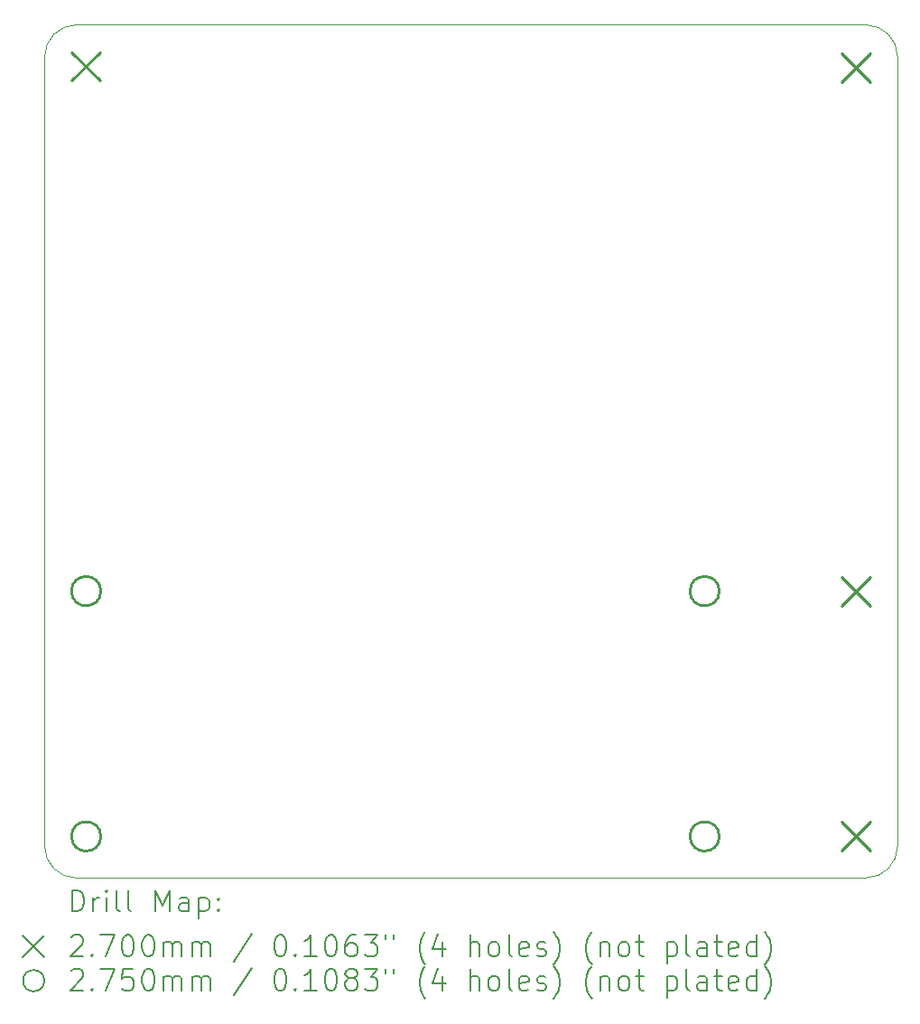
<source format=gbr>
%TF.GenerationSoftware,KiCad,Pcbnew,9.0.1*%
%TF.CreationDate,2025-04-09T16:40:48+02:00*%
%TF.ProjectId,camera_base,63616d65-7261-45f6-9261-73652e6b6963,rev?*%
%TF.SameCoordinates,Original*%
%TF.FileFunction,Drillmap*%
%TF.FilePolarity,Positive*%
%FSLAX45Y45*%
G04 Gerber Fmt 4.5, Leading zero omitted, Abs format (unit mm)*
G04 Created by KiCad (PCBNEW 9.0.1) date 2025-04-09 16:40:48*
%MOMM*%
%LPD*%
G01*
G04 APERTURE LIST*
%ADD10C,0.050000*%
%ADD11C,0.200000*%
%ADD12C,0.270000*%
%ADD13C,0.275000*%
G04 APERTURE END LIST*
D10*
X13300000Y-9300000D02*
G75*
G02*
X13600000Y-9600000I0J-300000D01*
G01*
X13600000Y-9600000D02*
X13600000Y-17000000D01*
X13600000Y-17000000D02*
G75*
G02*
X13300000Y-17300000I-300000J0D01*
G01*
X13300000Y-9300000D02*
X5900000Y-9300000D01*
X5600000Y-17000000D02*
X5600000Y-9600000D01*
X5900000Y-17300000D02*
X13300000Y-17300000D01*
X5900000Y-17300000D02*
G75*
G02*
X5600000Y-17000000I0J300000D01*
G01*
X5600000Y-9600000D02*
G75*
G02*
X5900000Y-9300000I300000J0D01*
G01*
D11*
D12*
X5855000Y-9555000D02*
X6125000Y-9825000D01*
X6125000Y-9555000D02*
X5855000Y-9825000D01*
X13075000Y-9565000D02*
X13345000Y-9835000D01*
X13345000Y-9565000D02*
X13075000Y-9835000D01*
X13075000Y-14475000D02*
X13345000Y-14745000D01*
X13345000Y-14475000D02*
X13075000Y-14745000D01*
X13075000Y-16775000D02*
X13345000Y-17045000D01*
X13345000Y-16775000D02*
X13075000Y-17045000D01*
D13*
X6127500Y-14610000D02*
G75*
G02*
X5852500Y-14610000I-137500J0D01*
G01*
X5852500Y-14610000D02*
G75*
G02*
X6127500Y-14610000I137500J0D01*
G01*
X6127500Y-16910000D02*
G75*
G02*
X5852500Y-16910000I-137500J0D01*
G01*
X5852500Y-16910000D02*
G75*
G02*
X6127500Y-16910000I137500J0D01*
G01*
X11927500Y-14610000D02*
G75*
G02*
X11652500Y-14610000I-137500J0D01*
G01*
X11652500Y-14610000D02*
G75*
G02*
X11927500Y-14610000I137500J0D01*
G01*
X11927500Y-16910000D02*
G75*
G02*
X11652500Y-16910000I-137500J0D01*
G01*
X11652500Y-16910000D02*
G75*
G02*
X11927500Y-16910000I137500J0D01*
G01*
D11*
X5858277Y-17613984D02*
X5858277Y-17413984D01*
X5858277Y-17413984D02*
X5905896Y-17413984D01*
X5905896Y-17413984D02*
X5934467Y-17423508D01*
X5934467Y-17423508D02*
X5953515Y-17442555D01*
X5953515Y-17442555D02*
X5963039Y-17461603D01*
X5963039Y-17461603D02*
X5972562Y-17499698D01*
X5972562Y-17499698D02*
X5972562Y-17528270D01*
X5972562Y-17528270D02*
X5963039Y-17566365D01*
X5963039Y-17566365D02*
X5953515Y-17585412D01*
X5953515Y-17585412D02*
X5934467Y-17604460D01*
X5934467Y-17604460D02*
X5905896Y-17613984D01*
X5905896Y-17613984D02*
X5858277Y-17613984D01*
X6058277Y-17613984D02*
X6058277Y-17480650D01*
X6058277Y-17518746D02*
X6067801Y-17499698D01*
X6067801Y-17499698D02*
X6077324Y-17490174D01*
X6077324Y-17490174D02*
X6096372Y-17480650D01*
X6096372Y-17480650D02*
X6115420Y-17480650D01*
X6182086Y-17613984D02*
X6182086Y-17480650D01*
X6182086Y-17413984D02*
X6172562Y-17423508D01*
X6172562Y-17423508D02*
X6182086Y-17433031D01*
X6182086Y-17433031D02*
X6191610Y-17423508D01*
X6191610Y-17423508D02*
X6182086Y-17413984D01*
X6182086Y-17413984D02*
X6182086Y-17433031D01*
X6305896Y-17613984D02*
X6286848Y-17604460D01*
X6286848Y-17604460D02*
X6277324Y-17585412D01*
X6277324Y-17585412D02*
X6277324Y-17413984D01*
X6410658Y-17613984D02*
X6391610Y-17604460D01*
X6391610Y-17604460D02*
X6382086Y-17585412D01*
X6382086Y-17585412D02*
X6382086Y-17413984D01*
X6639229Y-17613984D02*
X6639229Y-17413984D01*
X6639229Y-17413984D02*
X6705896Y-17556841D01*
X6705896Y-17556841D02*
X6772562Y-17413984D01*
X6772562Y-17413984D02*
X6772562Y-17613984D01*
X6953515Y-17613984D02*
X6953515Y-17509222D01*
X6953515Y-17509222D02*
X6943991Y-17490174D01*
X6943991Y-17490174D02*
X6924943Y-17480650D01*
X6924943Y-17480650D02*
X6886848Y-17480650D01*
X6886848Y-17480650D02*
X6867801Y-17490174D01*
X6953515Y-17604460D02*
X6934467Y-17613984D01*
X6934467Y-17613984D02*
X6886848Y-17613984D01*
X6886848Y-17613984D02*
X6867801Y-17604460D01*
X6867801Y-17604460D02*
X6858277Y-17585412D01*
X6858277Y-17585412D02*
X6858277Y-17566365D01*
X6858277Y-17566365D02*
X6867801Y-17547317D01*
X6867801Y-17547317D02*
X6886848Y-17537793D01*
X6886848Y-17537793D02*
X6934467Y-17537793D01*
X6934467Y-17537793D02*
X6953515Y-17528270D01*
X7048753Y-17480650D02*
X7048753Y-17680650D01*
X7048753Y-17490174D02*
X7067801Y-17480650D01*
X7067801Y-17480650D02*
X7105896Y-17480650D01*
X7105896Y-17480650D02*
X7124943Y-17490174D01*
X7124943Y-17490174D02*
X7134467Y-17499698D01*
X7134467Y-17499698D02*
X7143991Y-17518746D01*
X7143991Y-17518746D02*
X7143991Y-17575889D01*
X7143991Y-17575889D02*
X7134467Y-17594936D01*
X7134467Y-17594936D02*
X7124943Y-17604460D01*
X7124943Y-17604460D02*
X7105896Y-17613984D01*
X7105896Y-17613984D02*
X7067801Y-17613984D01*
X7067801Y-17613984D02*
X7048753Y-17604460D01*
X7229705Y-17594936D02*
X7239229Y-17604460D01*
X7239229Y-17604460D02*
X7229705Y-17613984D01*
X7229705Y-17613984D02*
X7220182Y-17604460D01*
X7220182Y-17604460D02*
X7229705Y-17594936D01*
X7229705Y-17594936D02*
X7229705Y-17613984D01*
X7229705Y-17490174D02*
X7239229Y-17499698D01*
X7239229Y-17499698D02*
X7229705Y-17509222D01*
X7229705Y-17509222D02*
X7220182Y-17499698D01*
X7220182Y-17499698D02*
X7229705Y-17490174D01*
X7229705Y-17490174D02*
X7229705Y-17509222D01*
X5397500Y-17842500D02*
X5597500Y-18042500D01*
X5597500Y-17842500D02*
X5397500Y-18042500D01*
X5848753Y-17853031D02*
X5858277Y-17843508D01*
X5858277Y-17843508D02*
X5877324Y-17833984D01*
X5877324Y-17833984D02*
X5924943Y-17833984D01*
X5924943Y-17833984D02*
X5943991Y-17843508D01*
X5943991Y-17843508D02*
X5953515Y-17853031D01*
X5953515Y-17853031D02*
X5963039Y-17872079D01*
X5963039Y-17872079D02*
X5963039Y-17891127D01*
X5963039Y-17891127D02*
X5953515Y-17919698D01*
X5953515Y-17919698D02*
X5839229Y-18033984D01*
X5839229Y-18033984D02*
X5963039Y-18033984D01*
X6048753Y-18014936D02*
X6058277Y-18024460D01*
X6058277Y-18024460D02*
X6048753Y-18033984D01*
X6048753Y-18033984D02*
X6039229Y-18024460D01*
X6039229Y-18024460D02*
X6048753Y-18014936D01*
X6048753Y-18014936D02*
X6048753Y-18033984D01*
X6124943Y-17833984D02*
X6258277Y-17833984D01*
X6258277Y-17833984D02*
X6172562Y-18033984D01*
X6372562Y-17833984D02*
X6391610Y-17833984D01*
X6391610Y-17833984D02*
X6410658Y-17843508D01*
X6410658Y-17843508D02*
X6420182Y-17853031D01*
X6420182Y-17853031D02*
X6429705Y-17872079D01*
X6429705Y-17872079D02*
X6439229Y-17910174D01*
X6439229Y-17910174D02*
X6439229Y-17957793D01*
X6439229Y-17957793D02*
X6429705Y-17995889D01*
X6429705Y-17995889D02*
X6420182Y-18014936D01*
X6420182Y-18014936D02*
X6410658Y-18024460D01*
X6410658Y-18024460D02*
X6391610Y-18033984D01*
X6391610Y-18033984D02*
X6372562Y-18033984D01*
X6372562Y-18033984D02*
X6353515Y-18024460D01*
X6353515Y-18024460D02*
X6343991Y-18014936D01*
X6343991Y-18014936D02*
X6334467Y-17995889D01*
X6334467Y-17995889D02*
X6324943Y-17957793D01*
X6324943Y-17957793D02*
X6324943Y-17910174D01*
X6324943Y-17910174D02*
X6334467Y-17872079D01*
X6334467Y-17872079D02*
X6343991Y-17853031D01*
X6343991Y-17853031D02*
X6353515Y-17843508D01*
X6353515Y-17843508D02*
X6372562Y-17833984D01*
X6563039Y-17833984D02*
X6582086Y-17833984D01*
X6582086Y-17833984D02*
X6601134Y-17843508D01*
X6601134Y-17843508D02*
X6610658Y-17853031D01*
X6610658Y-17853031D02*
X6620182Y-17872079D01*
X6620182Y-17872079D02*
X6629705Y-17910174D01*
X6629705Y-17910174D02*
X6629705Y-17957793D01*
X6629705Y-17957793D02*
X6620182Y-17995889D01*
X6620182Y-17995889D02*
X6610658Y-18014936D01*
X6610658Y-18014936D02*
X6601134Y-18024460D01*
X6601134Y-18024460D02*
X6582086Y-18033984D01*
X6582086Y-18033984D02*
X6563039Y-18033984D01*
X6563039Y-18033984D02*
X6543991Y-18024460D01*
X6543991Y-18024460D02*
X6534467Y-18014936D01*
X6534467Y-18014936D02*
X6524943Y-17995889D01*
X6524943Y-17995889D02*
X6515420Y-17957793D01*
X6515420Y-17957793D02*
X6515420Y-17910174D01*
X6515420Y-17910174D02*
X6524943Y-17872079D01*
X6524943Y-17872079D02*
X6534467Y-17853031D01*
X6534467Y-17853031D02*
X6543991Y-17843508D01*
X6543991Y-17843508D02*
X6563039Y-17833984D01*
X6715420Y-18033984D02*
X6715420Y-17900650D01*
X6715420Y-17919698D02*
X6724943Y-17910174D01*
X6724943Y-17910174D02*
X6743991Y-17900650D01*
X6743991Y-17900650D02*
X6772563Y-17900650D01*
X6772563Y-17900650D02*
X6791610Y-17910174D01*
X6791610Y-17910174D02*
X6801134Y-17929222D01*
X6801134Y-17929222D02*
X6801134Y-18033984D01*
X6801134Y-17929222D02*
X6810658Y-17910174D01*
X6810658Y-17910174D02*
X6829705Y-17900650D01*
X6829705Y-17900650D02*
X6858277Y-17900650D01*
X6858277Y-17900650D02*
X6877324Y-17910174D01*
X6877324Y-17910174D02*
X6886848Y-17929222D01*
X6886848Y-17929222D02*
X6886848Y-18033984D01*
X6982086Y-18033984D02*
X6982086Y-17900650D01*
X6982086Y-17919698D02*
X6991610Y-17910174D01*
X6991610Y-17910174D02*
X7010658Y-17900650D01*
X7010658Y-17900650D02*
X7039229Y-17900650D01*
X7039229Y-17900650D02*
X7058277Y-17910174D01*
X7058277Y-17910174D02*
X7067801Y-17929222D01*
X7067801Y-17929222D02*
X7067801Y-18033984D01*
X7067801Y-17929222D02*
X7077324Y-17910174D01*
X7077324Y-17910174D02*
X7096372Y-17900650D01*
X7096372Y-17900650D02*
X7124943Y-17900650D01*
X7124943Y-17900650D02*
X7143991Y-17910174D01*
X7143991Y-17910174D02*
X7153515Y-17929222D01*
X7153515Y-17929222D02*
X7153515Y-18033984D01*
X7543991Y-17824460D02*
X7372563Y-18081603D01*
X7801134Y-17833984D02*
X7820182Y-17833984D01*
X7820182Y-17833984D02*
X7839229Y-17843508D01*
X7839229Y-17843508D02*
X7848753Y-17853031D01*
X7848753Y-17853031D02*
X7858277Y-17872079D01*
X7858277Y-17872079D02*
X7867801Y-17910174D01*
X7867801Y-17910174D02*
X7867801Y-17957793D01*
X7867801Y-17957793D02*
X7858277Y-17995889D01*
X7858277Y-17995889D02*
X7848753Y-18014936D01*
X7848753Y-18014936D02*
X7839229Y-18024460D01*
X7839229Y-18024460D02*
X7820182Y-18033984D01*
X7820182Y-18033984D02*
X7801134Y-18033984D01*
X7801134Y-18033984D02*
X7782086Y-18024460D01*
X7782086Y-18024460D02*
X7772563Y-18014936D01*
X7772563Y-18014936D02*
X7763039Y-17995889D01*
X7763039Y-17995889D02*
X7753515Y-17957793D01*
X7753515Y-17957793D02*
X7753515Y-17910174D01*
X7753515Y-17910174D02*
X7763039Y-17872079D01*
X7763039Y-17872079D02*
X7772563Y-17853031D01*
X7772563Y-17853031D02*
X7782086Y-17843508D01*
X7782086Y-17843508D02*
X7801134Y-17833984D01*
X7953515Y-18014936D02*
X7963039Y-18024460D01*
X7963039Y-18024460D02*
X7953515Y-18033984D01*
X7953515Y-18033984D02*
X7943991Y-18024460D01*
X7943991Y-18024460D02*
X7953515Y-18014936D01*
X7953515Y-18014936D02*
X7953515Y-18033984D01*
X8153515Y-18033984D02*
X8039229Y-18033984D01*
X8096372Y-18033984D02*
X8096372Y-17833984D01*
X8096372Y-17833984D02*
X8077325Y-17862555D01*
X8077325Y-17862555D02*
X8058277Y-17881603D01*
X8058277Y-17881603D02*
X8039229Y-17891127D01*
X8277325Y-17833984D02*
X8296372Y-17833984D01*
X8296372Y-17833984D02*
X8315420Y-17843508D01*
X8315420Y-17843508D02*
X8324944Y-17853031D01*
X8324944Y-17853031D02*
X8334467Y-17872079D01*
X8334467Y-17872079D02*
X8343991Y-17910174D01*
X8343991Y-17910174D02*
X8343991Y-17957793D01*
X8343991Y-17957793D02*
X8334467Y-17995889D01*
X8334467Y-17995889D02*
X8324944Y-18014936D01*
X8324944Y-18014936D02*
X8315420Y-18024460D01*
X8315420Y-18024460D02*
X8296372Y-18033984D01*
X8296372Y-18033984D02*
X8277325Y-18033984D01*
X8277325Y-18033984D02*
X8258277Y-18024460D01*
X8258277Y-18024460D02*
X8248753Y-18014936D01*
X8248753Y-18014936D02*
X8239229Y-17995889D01*
X8239229Y-17995889D02*
X8229706Y-17957793D01*
X8229706Y-17957793D02*
X8229706Y-17910174D01*
X8229706Y-17910174D02*
X8239229Y-17872079D01*
X8239229Y-17872079D02*
X8248753Y-17853031D01*
X8248753Y-17853031D02*
X8258277Y-17843508D01*
X8258277Y-17843508D02*
X8277325Y-17833984D01*
X8515420Y-17833984D02*
X8477325Y-17833984D01*
X8477325Y-17833984D02*
X8458277Y-17843508D01*
X8458277Y-17843508D02*
X8448753Y-17853031D01*
X8448753Y-17853031D02*
X8429706Y-17881603D01*
X8429706Y-17881603D02*
X8420182Y-17919698D01*
X8420182Y-17919698D02*
X8420182Y-17995889D01*
X8420182Y-17995889D02*
X8429706Y-18014936D01*
X8429706Y-18014936D02*
X8439229Y-18024460D01*
X8439229Y-18024460D02*
X8458277Y-18033984D01*
X8458277Y-18033984D02*
X8496372Y-18033984D01*
X8496372Y-18033984D02*
X8515420Y-18024460D01*
X8515420Y-18024460D02*
X8524944Y-18014936D01*
X8524944Y-18014936D02*
X8534468Y-17995889D01*
X8534468Y-17995889D02*
X8534468Y-17948270D01*
X8534468Y-17948270D02*
X8524944Y-17929222D01*
X8524944Y-17929222D02*
X8515420Y-17919698D01*
X8515420Y-17919698D02*
X8496372Y-17910174D01*
X8496372Y-17910174D02*
X8458277Y-17910174D01*
X8458277Y-17910174D02*
X8439229Y-17919698D01*
X8439229Y-17919698D02*
X8429706Y-17929222D01*
X8429706Y-17929222D02*
X8420182Y-17948270D01*
X8601134Y-17833984D02*
X8724944Y-17833984D01*
X8724944Y-17833984D02*
X8658277Y-17910174D01*
X8658277Y-17910174D02*
X8686849Y-17910174D01*
X8686849Y-17910174D02*
X8705896Y-17919698D01*
X8705896Y-17919698D02*
X8715420Y-17929222D01*
X8715420Y-17929222D02*
X8724944Y-17948270D01*
X8724944Y-17948270D02*
X8724944Y-17995889D01*
X8724944Y-17995889D02*
X8715420Y-18014936D01*
X8715420Y-18014936D02*
X8705896Y-18024460D01*
X8705896Y-18024460D02*
X8686849Y-18033984D01*
X8686849Y-18033984D02*
X8629706Y-18033984D01*
X8629706Y-18033984D02*
X8610658Y-18024460D01*
X8610658Y-18024460D02*
X8601134Y-18014936D01*
X8801134Y-17833984D02*
X8801134Y-17872079D01*
X8877325Y-17833984D02*
X8877325Y-17872079D01*
X9172563Y-18110174D02*
X9163039Y-18100650D01*
X9163039Y-18100650D02*
X9143991Y-18072079D01*
X9143991Y-18072079D02*
X9134468Y-18053031D01*
X9134468Y-18053031D02*
X9124944Y-18024460D01*
X9124944Y-18024460D02*
X9115420Y-17976841D01*
X9115420Y-17976841D02*
X9115420Y-17938746D01*
X9115420Y-17938746D02*
X9124944Y-17891127D01*
X9124944Y-17891127D02*
X9134468Y-17862555D01*
X9134468Y-17862555D02*
X9143991Y-17843508D01*
X9143991Y-17843508D02*
X9163039Y-17814936D01*
X9163039Y-17814936D02*
X9172563Y-17805412D01*
X9334468Y-17900650D02*
X9334468Y-18033984D01*
X9286849Y-17824460D02*
X9239230Y-17967317D01*
X9239230Y-17967317D02*
X9363039Y-17967317D01*
X9591611Y-18033984D02*
X9591611Y-17833984D01*
X9677325Y-18033984D02*
X9677325Y-17929222D01*
X9677325Y-17929222D02*
X9667801Y-17910174D01*
X9667801Y-17910174D02*
X9648753Y-17900650D01*
X9648753Y-17900650D02*
X9620182Y-17900650D01*
X9620182Y-17900650D02*
X9601134Y-17910174D01*
X9601134Y-17910174D02*
X9591611Y-17919698D01*
X9801134Y-18033984D02*
X9782087Y-18024460D01*
X9782087Y-18024460D02*
X9772563Y-18014936D01*
X9772563Y-18014936D02*
X9763039Y-17995889D01*
X9763039Y-17995889D02*
X9763039Y-17938746D01*
X9763039Y-17938746D02*
X9772563Y-17919698D01*
X9772563Y-17919698D02*
X9782087Y-17910174D01*
X9782087Y-17910174D02*
X9801134Y-17900650D01*
X9801134Y-17900650D02*
X9829706Y-17900650D01*
X9829706Y-17900650D02*
X9848753Y-17910174D01*
X9848753Y-17910174D02*
X9858277Y-17919698D01*
X9858277Y-17919698D02*
X9867801Y-17938746D01*
X9867801Y-17938746D02*
X9867801Y-17995889D01*
X9867801Y-17995889D02*
X9858277Y-18014936D01*
X9858277Y-18014936D02*
X9848753Y-18024460D01*
X9848753Y-18024460D02*
X9829706Y-18033984D01*
X9829706Y-18033984D02*
X9801134Y-18033984D01*
X9982087Y-18033984D02*
X9963039Y-18024460D01*
X9963039Y-18024460D02*
X9953515Y-18005412D01*
X9953515Y-18005412D02*
X9953515Y-17833984D01*
X10134468Y-18024460D02*
X10115420Y-18033984D01*
X10115420Y-18033984D02*
X10077325Y-18033984D01*
X10077325Y-18033984D02*
X10058277Y-18024460D01*
X10058277Y-18024460D02*
X10048753Y-18005412D01*
X10048753Y-18005412D02*
X10048753Y-17929222D01*
X10048753Y-17929222D02*
X10058277Y-17910174D01*
X10058277Y-17910174D02*
X10077325Y-17900650D01*
X10077325Y-17900650D02*
X10115420Y-17900650D01*
X10115420Y-17900650D02*
X10134468Y-17910174D01*
X10134468Y-17910174D02*
X10143992Y-17929222D01*
X10143992Y-17929222D02*
X10143992Y-17948270D01*
X10143992Y-17948270D02*
X10048753Y-17967317D01*
X10220182Y-18024460D02*
X10239230Y-18033984D01*
X10239230Y-18033984D02*
X10277325Y-18033984D01*
X10277325Y-18033984D02*
X10296373Y-18024460D01*
X10296373Y-18024460D02*
X10305896Y-18005412D01*
X10305896Y-18005412D02*
X10305896Y-17995889D01*
X10305896Y-17995889D02*
X10296373Y-17976841D01*
X10296373Y-17976841D02*
X10277325Y-17967317D01*
X10277325Y-17967317D02*
X10248753Y-17967317D01*
X10248753Y-17967317D02*
X10229706Y-17957793D01*
X10229706Y-17957793D02*
X10220182Y-17938746D01*
X10220182Y-17938746D02*
X10220182Y-17929222D01*
X10220182Y-17929222D02*
X10229706Y-17910174D01*
X10229706Y-17910174D02*
X10248753Y-17900650D01*
X10248753Y-17900650D02*
X10277325Y-17900650D01*
X10277325Y-17900650D02*
X10296373Y-17910174D01*
X10372563Y-18110174D02*
X10382087Y-18100650D01*
X10382087Y-18100650D02*
X10401134Y-18072079D01*
X10401134Y-18072079D02*
X10410658Y-18053031D01*
X10410658Y-18053031D02*
X10420182Y-18024460D01*
X10420182Y-18024460D02*
X10429706Y-17976841D01*
X10429706Y-17976841D02*
X10429706Y-17938746D01*
X10429706Y-17938746D02*
X10420182Y-17891127D01*
X10420182Y-17891127D02*
X10410658Y-17862555D01*
X10410658Y-17862555D02*
X10401134Y-17843508D01*
X10401134Y-17843508D02*
X10382087Y-17814936D01*
X10382087Y-17814936D02*
X10372563Y-17805412D01*
X10734468Y-18110174D02*
X10724944Y-18100650D01*
X10724944Y-18100650D02*
X10705896Y-18072079D01*
X10705896Y-18072079D02*
X10696373Y-18053031D01*
X10696373Y-18053031D02*
X10686849Y-18024460D01*
X10686849Y-18024460D02*
X10677325Y-17976841D01*
X10677325Y-17976841D02*
X10677325Y-17938746D01*
X10677325Y-17938746D02*
X10686849Y-17891127D01*
X10686849Y-17891127D02*
X10696373Y-17862555D01*
X10696373Y-17862555D02*
X10705896Y-17843508D01*
X10705896Y-17843508D02*
X10724944Y-17814936D01*
X10724944Y-17814936D02*
X10734468Y-17805412D01*
X10810658Y-17900650D02*
X10810658Y-18033984D01*
X10810658Y-17919698D02*
X10820182Y-17910174D01*
X10820182Y-17910174D02*
X10839230Y-17900650D01*
X10839230Y-17900650D02*
X10867801Y-17900650D01*
X10867801Y-17900650D02*
X10886849Y-17910174D01*
X10886849Y-17910174D02*
X10896373Y-17929222D01*
X10896373Y-17929222D02*
X10896373Y-18033984D01*
X11020182Y-18033984D02*
X11001134Y-18024460D01*
X11001134Y-18024460D02*
X10991611Y-18014936D01*
X10991611Y-18014936D02*
X10982087Y-17995889D01*
X10982087Y-17995889D02*
X10982087Y-17938746D01*
X10982087Y-17938746D02*
X10991611Y-17919698D01*
X10991611Y-17919698D02*
X11001134Y-17910174D01*
X11001134Y-17910174D02*
X11020182Y-17900650D01*
X11020182Y-17900650D02*
X11048754Y-17900650D01*
X11048754Y-17900650D02*
X11067801Y-17910174D01*
X11067801Y-17910174D02*
X11077325Y-17919698D01*
X11077325Y-17919698D02*
X11086849Y-17938746D01*
X11086849Y-17938746D02*
X11086849Y-17995889D01*
X11086849Y-17995889D02*
X11077325Y-18014936D01*
X11077325Y-18014936D02*
X11067801Y-18024460D01*
X11067801Y-18024460D02*
X11048754Y-18033984D01*
X11048754Y-18033984D02*
X11020182Y-18033984D01*
X11143992Y-17900650D02*
X11220182Y-17900650D01*
X11172563Y-17833984D02*
X11172563Y-18005412D01*
X11172563Y-18005412D02*
X11182087Y-18024460D01*
X11182087Y-18024460D02*
X11201134Y-18033984D01*
X11201134Y-18033984D02*
X11220182Y-18033984D01*
X11439230Y-17900650D02*
X11439230Y-18100650D01*
X11439230Y-17910174D02*
X11458277Y-17900650D01*
X11458277Y-17900650D02*
X11496373Y-17900650D01*
X11496373Y-17900650D02*
X11515420Y-17910174D01*
X11515420Y-17910174D02*
X11524944Y-17919698D01*
X11524944Y-17919698D02*
X11534468Y-17938746D01*
X11534468Y-17938746D02*
X11534468Y-17995889D01*
X11534468Y-17995889D02*
X11524944Y-18014936D01*
X11524944Y-18014936D02*
X11515420Y-18024460D01*
X11515420Y-18024460D02*
X11496373Y-18033984D01*
X11496373Y-18033984D02*
X11458277Y-18033984D01*
X11458277Y-18033984D02*
X11439230Y-18024460D01*
X11648753Y-18033984D02*
X11629706Y-18024460D01*
X11629706Y-18024460D02*
X11620182Y-18005412D01*
X11620182Y-18005412D02*
X11620182Y-17833984D01*
X11810658Y-18033984D02*
X11810658Y-17929222D01*
X11810658Y-17929222D02*
X11801134Y-17910174D01*
X11801134Y-17910174D02*
X11782087Y-17900650D01*
X11782087Y-17900650D02*
X11743992Y-17900650D01*
X11743992Y-17900650D02*
X11724944Y-17910174D01*
X11810658Y-18024460D02*
X11791611Y-18033984D01*
X11791611Y-18033984D02*
X11743992Y-18033984D01*
X11743992Y-18033984D02*
X11724944Y-18024460D01*
X11724944Y-18024460D02*
X11715420Y-18005412D01*
X11715420Y-18005412D02*
X11715420Y-17986365D01*
X11715420Y-17986365D02*
X11724944Y-17967317D01*
X11724944Y-17967317D02*
X11743992Y-17957793D01*
X11743992Y-17957793D02*
X11791611Y-17957793D01*
X11791611Y-17957793D02*
X11810658Y-17948270D01*
X11877325Y-17900650D02*
X11953515Y-17900650D01*
X11905896Y-17833984D02*
X11905896Y-18005412D01*
X11905896Y-18005412D02*
X11915420Y-18024460D01*
X11915420Y-18024460D02*
X11934468Y-18033984D01*
X11934468Y-18033984D02*
X11953515Y-18033984D01*
X12096373Y-18024460D02*
X12077325Y-18033984D01*
X12077325Y-18033984D02*
X12039230Y-18033984D01*
X12039230Y-18033984D02*
X12020182Y-18024460D01*
X12020182Y-18024460D02*
X12010658Y-18005412D01*
X12010658Y-18005412D02*
X12010658Y-17929222D01*
X12010658Y-17929222D02*
X12020182Y-17910174D01*
X12020182Y-17910174D02*
X12039230Y-17900650D01*
X12039230Y-17900650D02*
X12077325Y-17900650D01*
X12077325Y-17900650D02*
X12096373Y-17910174D01*
X12096373Y-17910174D02*
X12105896Y-17929222D01*
X12105896Y-17929222D02*
X12105896Y-17948270D01*
X12105896Y-17948270D02*
X12010658Y-17967317D01*
X12277325Y-18033984D02*
X12277325Y-17833984D01*
X12277325Y-18024460D02*
X12258277Y-18033984D01*
X12258277Y-18033984D02*
X12220182Y-18033984D01*
X12220182Y-18033984D02*
X12201134Y-18024460D01*
X12201134Y-18024460D02*
X12191611Y-18014936D01*
X12191611Y-18014936D02*
X12182087Y-17995889D01*
X12182087Y-17995889D02*
X12182087Y-17938746D01*
X12182087Y-17938746D02*
X12191611Y-17919698D01*
X12191611Y-17919698D02*
X12201134Y-17910174D01*
X12201134Y-17910174D02*
X12220182Y-17900650D01*
X12220182Y-17900650D02*
X12258277Y-17900650D01*
X12258277Y-17900650D02*
X12277325Y-17910174D01*
X12353515Y-18110174D02*
X12363039Y-18100650D01*
X12363039Y-18100650D02*
X12382087Y-18072079D01*
X12382087Y-18072079D02*
X12391611Y-18053031D01*
X12391611Y-18053031D02*
X12401134Y-18024460D01*
X12401134Y-18024460D02*
X12410658Y-17976841D01*
X12410658Y-17976841D02*
X12410658Y-17938746D01*
X12410658Y-17938746D02*
X12401134Y-17891127D01*
X12401134Y-17891127D02*
X12391611Y-17862555D01*
X12391611Y-17862555D02*
X12382087Y-17843508D01*
X12382087Y-17843508D02*
X12363039Y-17814936D01*
X12363039Y-17814936D02*
X12353515Y-17805412D01*
X5597500Y-18262500D02*
G75*
G02*
X5397500Y-18262500I-100000J0D01*
G01*
X5397500Y-18262500D02*
G75*
G02*
X5597500Y-18262500I100000J0D01*
G01*
X5848753Y-18173031D02*
X5858277Y-18163508D01*
X5858277Y-18163508D02*
X5877324Y-18153984D01*
X5877324Y-18153984D02*
X5924943Y-18153984D01*
X5924943Y-18153984D02*
X5943991Y-18163508D01*
X5943991Y-18163508D02*
X5953515Y-18173031D01*
X5953515Y-18173031D02*
X5963039Y-18192079D01*
X5963039Y-18192079D02*
X5963039Y-18211127D01*
X5963039Y-18211127D02*
X5953515Y-18239698D01*
X5953515Y-18239698D02*
X5839229Y-18353984D01*
X5839229Y-18353984D02*
X5963039Y-18353984D01*
X6048753Y-18334936D02*
X6058277Y-18344460D01*
X6058277Y-18344460D02*
X6048753Y-18353984D01*
X6048753Y-18353984D02*
X6039229Y-18344460D01*
X6039229Y-18344460D02*
X6048753Y-18334936D01*
X6048753Y-18334936D02*
X6048753Y-18353984D01*
X6124943Y-18153984D02*
X6258277Y-18153984D01*
X6258277Y-18153984D02*
X6172562Y-18353984D01*
X6429705Y-18153984D02*
X6334467Y-18153984D01*
X6334467Y-18153984D02*
X6324943Y-18249222D01*
X6324943Y-18249222D02*
X6334467Y-18239698D01*
X6334467Y-18239698D02*
X6353515Y-18230174D01*
X6353515Y-18230174D02*
X6401134Y-18230174D01*
X6401134Y-18230174D02*
X6420182Y-18239698D01*
X6420182Y-18239698D02*
X6429705Y-18249222D01*
X6429705Y-18249222D02*
X6439229Y-18268270D01*
X6439229Y-18268270D02*
X6439229Y-18315889D01*
X6439229Y-18315889D02*
X6429705Y-18334936D01*
X6429705Y-18334936D02*
X6420182Y-18344460D01*
X6420182Y-18344460D02*
X6401134Y-18353984D01*
X6401134Y-18353984D02*
X6353515Y-18353984D01*
X6353515Y-18353984D02*
X6334467Y-18344460D01*
X6334467Y-18344460D02*
X6324943Y-18334936D01*
X6563039Y-18153984D02*
X6582086Y-18153984D01*
X6582086Y-18153984D02*
X6601134Y-18163508D01*
X6601134Y-18163508D02*
X6610658Y-18173031D01*
X6610658Y-18173031D02*
X6620182Y-18192079D01*
X6620182Y-18192079D02*
X6629705Y-18230174D01*
X6629705Y-18230174D02*
X6629705Y-18277793D01*
X6629705Y-18277793D02*
X6620182Y-18315889D01*
X6620182Y-18315889D02*
X6610658Y-18334936D01*
X6610658Y-18334936D02*
X6601134Y-18344460D01*
X6601134Y-18344460D02*
X6582086Y-18353984D01*
X6582086Y-18353984D02*
X6563039Y-18353984D01*
X6563039Y-18353984D02*
X6543991Y-18344460D01*
X6543991Y-18344460D02*
X6534467Y-18334936D01*
X6534467Y-18334936D02*
X6524943Y-18315889D01*
X6524943Y-18315889D02*
X6515420Y-18277793D01*
X6515420Y-18277793D02*
X6515420Y-18230174D01*
X6515420Y-18230174D02*
X6524943Y-18192079D01*
X6524943Y-18192079D02*
X6534467Y-18173031D01*
X6534467Y-18173031D02*
X6543991Y-18163508D01*
X6543991Y-18163508D02*
X6563039Y-18153984D01*
X6715420Y-18353984D02*
X6715420Y-18220650D01*
X6715420Y-18239698D02*
X6724943Y-18230174D01*
X6724943Y-18230174D02*
X6743991Y-18220650D01*
X6743991Y-18220650D02*
X6772563Y-18220650D01*
X6772563Y-18220650D02*
X6791610Y-18230174D01*
X6791610Y-18230174D02*
X6801134Y-18249222D01*
X6801134Y-18249222D02*
X6801134Y-18353984D01*
X6801134Y-18249222D02*
X6810658Y-18230174D01*
X6810658Y-18230174D02*
X6829705Y-18220650D01*
X6829705Y-18220650D02*
X6858277Y-18220650D01*
X6858277Y-18220650D02*
X6877324Y-18230174D01*
X6877324Y-18230174D02*
X6886848Y-18249222D01*
X6886848Y-18249222D02*
X6886848Y-18353984D01*
X6982086Y-18353984D02*
X6982086Y-18220650D01*
X6982086Y-18239698D02*
X6991610Y-18230174D01*
X6991610Y-18230174D02*
X7010658Y-18220650D01*
X7010658Y-18220650D02*
X7039229Y-18220650D01*
X7039229Y-18220650D02*
X7058277Y-18230174D01*
X7058277Y-18230174D02*
X7067801Y-18249222D01*
X7067801Y-18249222D02*
X7067801Y-18353984D01*
X7067801Y-18249222D02*
X7077324Y-18230174D01*
X7077324Y-18230174D02*
X7096372Y-18220650D01*
X7096372Y-18220650D02*
X7124943Y-18220650D01*
X7124943Y-18220650D02*
X7143991Y-18230174D01*
X7143991Y-18230174D02*
X7153515Y-18249222D01*
X7153515Y-18249222D02*
X7153515Y-18353984D01*
X7543991Y-18144460D02*
X7372563Y-18401603D01*
X7801134Y-18153984D02*
X7820182Y-18153984D01*
X7820182Y-18153984D02*
X7839229Y-18163508D01*
X7839229Y-18163508D02*
X7848753Y-18173031D01*
X7848753Y-18173031D02*
X7858277Y-18192079D01*
X7858277Y-18192079D02*
X7867801Y-18230174D01*
X7867801Y-18230174D02*
X7867801Y-18277793D01*
X7867801Y-18277793D02*
X7858277Y-18315889D01*
X7858277Y-18315889D02*
X7848753Y-18334936D01*
X7848753Y-18334936D02*
X7839229Y-18344460D01*
X7839229Y-18344460D02*
X7820182Y-18353984D01*
X7820182Y-18353984D02*
X7801134Y-18353984D01*
X7801134Y-18353984D02*
X7782086Y-18344460D01*
X7782086Y-18344460D02*
X7772563Y-18334936D01*
X7772563Y-18334936D02*
X7763039Y-18315889D01*
X7763039Y-18315889D02*
X7753515Y-18277793D01*
X7753515Y-18277793D02*
X7753515Y-18230174D01*
X7753515Y-18230174D02*
X7763039Y-18192079D01*
X7763039Y-18192079D02*
X7772563Y-18173031D01*
X7772563Y-18173031D02*
X7782086Y-18163508D01*
X7782086Y-18163508D02*
X7801134Y-18153984D01*
X7953515Y-18334936D02*
X7963039Y-18344460D01*
X7963039Y-18344460D02*
X7953515Y-18353984D01*
X7953515Y-18353984D02*
X7943991Y-18344460D01*
X7943991Y-18344460D02*
X7953515Y-18334936D01*
X7953515Y-18334936D02*
X7953515Y-18353984D01*
X8153515Y-18353984D02*
X8039229Y-18353984D01*
X8096372Y-18353984D02*
X8096372Y-18153984D01*
X8096372Y-18153984D02*
X8077325Y-18182555D01*
X8077325Y-18182555D02*
X8058277Y-18201603D01*
X8058277Y-18201603D02*
X8039229Y-18211127D01*
X8277325Y-18153984D02*
X8296372Y-18153984D01*
X8296372Y-18153984D02*
X8315420Y-18163508D01*
X8315420Y-18163508D02*
X8324944Y-18173031D01*
X8324944Y-18173031D02*
X8334467Y-18192079D01*
X8334467Y-18192079D02*
X8343991Y-18230174D01*
X8343991Y-18230174D02*
X8343991Y-18277793D01*
X8343991Y-18277793D02*
X8334467Y-18315889D01*
X8334467Y-18315889D02*
X8324944Y-18334936D01*
X8324944Y-18334936D02*
X8315420Y-18344460D01*
X8315420Y-18344460D02*
X8296372Y-18353984D01*
X8296372Y-18353984D02*
X8277325Y-18353984D01*
X8277325Y-18353984D02*
X8258277Y-18344460D01*
X8258277Y-18344460D02*
X8248753Y-18334936D01*
X8248753Y-18334936D02*
X8239229Y-18315889D01*
X8239229Y-18315889D02*
X8229706Y-18277793D01*
X8229706Y-18277793D02*
X8229706Y-18230174D01*
X8229706Y-18230174D02*
X8239229Y-18192079D01*
X8239229Y-18192079D02*
X8248753Y-18173031D01*
X8248753Y-18173031D02*
X8258277Y-18163508D01*
X8258277Y-18163508D02*
X8277325Y-18153984D01*
X8458277Y-18239698D02*
X8439229Y-18230174D01*
X8439229Y-18230174D02*
X8429706Y-18220650D01*
X8429706Y-18220650D02*
X8420182Y-18201603D01*
X8420182Y-18201603D02*
X8420182Y-18192079D01*
X8420182Y-18192079D02*
X8429706Y-18173031D01*
X8429706Y-18173031D02*
X8439229Y-18163508D01*
X8439229Y-18163508D02*
X8458277Y-18153984D01*
X8458277Y-18153984D02*
X8496372Y-18153984D01*
X8496372Y-18153984D02*
X8515420Y-18163508D01*
X8515420Y-18163508D02*
X8524944Y-18173031D01*
X8524944Y-18173031D02*
X8534468Y-18192079D01*
X8534468Y-18192079D02*
X8534468Y-18201603D01*
X8534468Y-18201603D02*
X8524944Y-18220650D01*
X8524944Y-18220650D02*
X8515420Y-18230174D01*
X8515420Y-18230174D02*
X8496372Y-18239698D01*
X8496372Y-18239698D02*
X8458277Y-18239698D01*
X8458277Y-18239698D02*
X8439229Y-18249222D01*
X8439229Y-18249222D02*
X8429706Y-18258746D01*
X8429706Y-18258746D02*
X8420182Y-18277793D01*
X8420182Y-18277793D02*
X8420182Y-18315889D01*
X8420182Y-18315889D02*
X8429706Y-18334936D01*
X8429706Y-18334936D02*
X8439229Y-18344460D01*
X8439229Y-18344460D02*
X8458277Y-18353984D01*
X8458277Y-18353984D02*
X8496372Y-18353984D01*
X8496372Y-18353984D02*
X8515420Y-18344460D01*
X8515420Y-18344460D02*
X8524944Y-18334936D01*
X8524944Y-18334936D02*
X8534468Y-18315889D01*
X8534468Y-18315889D02*
X8534468Y-18277793D01*
X8534468Y-18277793D02*
X8524944Y-18258746D01*
X8524944Y-18258746D02*
X8515420Y-18249222D01*
X8515420Y-18249222D02*
X8496372Y-18239698D01*
X8601134Y-18153984D02*
X8724944Y-18153984D01*
X8724944Y-18153984D02*
X8658277Y-18230174D01*
X8658277Y-18230174D02*
X8686849Y-18230174D01*
X8686849Y-18230174D02*
X8705896Y-18239698D01*
X8705896Y-18239698D02*
X8715420Y-18249222D01*
X8715420Y-18249222D02*
X8724944Y-18268270D01*
X8724944Y-18268270D02*
X8724944Y-18315889D01*
X8724944Y-18315889D02*
X8715420Y-18334936D01*
X8715420Y-18334936D02*
X8705896Y-18344460D01*
X8705896Y-18344460D02*
X8686849Y-18353984D01*
X8686849Y-18353984D02*
X8629706Y-18353984D01*
X8629706Y-18353984D02*
X8610658Y-18344460D01*
X8610658Y-18344460D02*
X8601134Y-18334936D01*
X8801134Y-18153984D02*
X8801134Y-18192079D01*
X8877325Y-18153984D02*
X8877325Y-18192079D01*
X9172563Y-18430174D02*
X9163039Y-18420650D01*
X9163039Y-18420650D02*
X9143991Y-18392079D01*
X9143991Y-18392079D02*
X9134468Y-18373031D01*
X9134468Y-18373031D02*
X9124944Y-18344460D01*
X9124944Y-18344460D02*
X9115420Y-18296841D01*
X9115420Y-18296841D02*
X9115420Y-18258746D01*
X9115420Y-18258746D02*
X9124944Y-18211127D01*
X9124944Y-18211127D02*
X9134468Y-18182555D01*
X9134468Y-18182555D02*
X9143991Y-18163508D01*
X9143991Y-18163508D02*
X9163039Y-18134936D01*
X9163039Y-18134936D02*
X9172563Y-18125412D01*
X9334468Y-18220650D02*
X9334468Y-18353984D01*
X9286849Y-18144460D02*
X9239230Y-18287317D01*
X9239230Y-18287317D02*
X9363039Y-18287317D01*
X9591611Y-18353984D02*
X9591611Y-18153984D01*
X9677325Y-18353984D02*
X9677325Y-18249222D01*
X9677325Y-18249222D02*
X9667801Y-18230174D01*
X9667801Y-18230174D02*
X9648753Y-18220650D01*
X9648753Y-18220650D02*
X9620182Y-18220650D01*
X9620182Y-18220650D02*
X9601134Y-18230174D01*
X9601134Y-18230174D02*
X9591611Y-18239698D01*
X9801134Y-18353984D02*
X9782087Y-18344460D01*
X9782087Y-18344460D02*
X9772563Y-18334936D01*
X9772563Y-18334936D02*
X9763039Y-18315889D01*
X9763039Y-18315889D02*
X9763039Y-18258746D01*
X9763039Y-18258746D02*
X9772563Y-18239698D01*
X9772563Y-18239698D02*
X9782087Y-18230174D01*
X9782087Y-18230174D02*
X9801134Y-18220650D01*
X9801134Y-18220650D02*
X9829706Y-18220650D01*
X9829706Y-18220650D02*
X9848753Y-18230174D01*
X9848753Y-18230174D02*
X9858277Y-18239698D01*
X9858277Y-18239698D02*
X9867801Y-18258746D01*
X9867801Y-18258746D02*
X9867801Y-18315889D01*
X9867801Y-18315889D02*
X9858277Y-18334936D01*
X9858277Y-18334936D02*
X9848753Y-18344460D01*
X9848753Y-18344460D02*
X9829706Y-18353984D01*
X9829706Y-18353984D02*
X9801134Y-18353984D01*
X9982087Y-18353984D02*
X9963039Y-18344460D01*
X9963039Y-18344460D02*
X9953515Y-18325412D01*
X9953515Y-18325412D02*
X9953515Y-18153984D01*
X10134468Y-18344460D02*
X10115420Y-18353984D01*
X10115420Y-18353984D02*
X10077325Y-18353984D01*
X10077325Y-18353984D02*
X10058277Y-18344460D01*
X10058277Y-18344460D02*
X10048753Y-18325412D01*
X10048753Y-18325412D02*
X10048753Y-18249222D01*
X10048753Y-18249222D02*
X10058277Y-18230174D01*
X10058277Y-18230174D02*
X10077325Y-18220650D01*
X10077325Y-18220650D02*
X10115420Y-18220650D01*
X10115420Y-18220650D02*
X10134468Y-18230174D01*
X10134468Y-18230174D02*
X10143992Y-18249222D01*
X10143992Y-18249222D02*
X10143992Y-18268270D01*
X10143992Y-18268270D02*
X10048753Y-18287317D01*
X10220182Y-18344460D02*
X10239230Y-18353984D01*
X10239230Y-18353984D02*
X10277325Y-18353984D01*
X10277325Y-18353984D02*
X10296373Y-18344460D01*
X10296373Y-18344460D02*
X10305896Y-18325412D01*
X10305896Y-18325412D02*
X10305896Y-18315889D01*
X10305896Y-18315889D02*
X10296373Y-18296841D01*
X10296373Y-18296841D02*
X10277325Y-18287317D01*
X10277325Y-18287317D02*
X10248753Y-18287317D01*
X10248753Y-18287317D02*
X10229706Y-18277793D01*
X10229706Y-18277793D02*
X10220182Y-18258746D01*
X10220182Y-18258746D02*
X10220182Y-18249222D01*
X10220182Y-18249222D02*
X10229706Y-18230174D01*
X10229706Y-18230174D02*
X10248753Y-18220650D01*
X10248753Y-18220650D02*
X10277325Y-18220650D01*
X10277325Y-18220650D02*
X10296373Y-18230174D01*
X10372563Y-18430174D02*
X10382087Y-18420650D01*
X10382087Y-18420650D02*
X10401134Y-18392079D01*
X10401134Y-18392079D02*
X10410658Y-18373031D01*
X10410658Y-18373031D02*
X10420182Y-18344460D01*
X10420182Y-18344460D02*
X10429706Y-18296841D01*
X10429706Y-18296841D02*
X10429706Y-18258746D01*
X10429706Y-18258746D02*
X10420182Y-18211127D01*
X10420182Y-18211127D02*
X10410658Y-18182555D01*
X10410658Y-18182555D02*
X10401134Y-18163508D01*
X10401134Y-18163508D02*
X10382087Y-18134936D01*
X10382087Y-18134936D02*
X10372563Y-18125412D01*
X10734468Y-18430174D02*
X10724944Y-18420650D01*
X10724944Y-18420650D02*
X10705896Y-18392079D01*
X10705896Y-18392079D02*
X10696373Y-18373031D01*
X10696373Y-18373031D02*
X10686849Y-18344460D01*
X10686849Y-18344460D02*
X10677325Y-18296841D01*
X10677325Y-18296841D02*
X10677325Y-18258746D01*
X10677325Y-18258746D02*
X10686849Y-18211127D01*
X10686849Y-18211127D02*
X10696373Y-18182555D01*
X10696373Y-18182555D02*
X10705896Y-18163508D01*
X10705896Y-18163508D02*
X10724944Y-18134936D01*
X10724944Y-18134936D02*
X10734468Y-18125412D01*
X10810658Y-18220650D02*
X10810658Y-18353984D01*
X10810658Y-18239698D02*
X10820182Y-18230174D01*
X10820182Y-18230174D02*
X10839230Y-18220650D01*
X10839230Y-18220650D02*
X10867801Y-18220650D01*
X10867801Y-18220650D02*
X10886849Y-18230174D01*
X10886849Y-18230174D02*
X10896373Y-18249222D01*
X10896373Y-18249222D02*
X10896373Y-18353984D01*
X11020182Y-18353984D02*
X11001134Y-18344460D01*
X11001134Y-18344460D02*
X10991611Y-18334936D01*
X10991611Y-18334936D02*
X10982087Y-18315889D01*
X10982087Y-18315889D02*
X10982087Y-18258746D01*
X10982087Y-18258746D02*
X10991611Y-18239698D01*
X10991611Y-18239698D02*
X11001134Y-18230174D01*
X11001134Y-18230174D02*
X11020182Y-18220650D01*
X11020182Y-18220650D02*
X11048754Y-18220650D01*
X11048754Y-18220650D02*
X11067801Y-18230174D01*
X11067801Y-18230174D02*
X11077325Y-18239698D01*
X11077325Y-18239698D02*
X11086849Y-18258746D01*
X11086849Y-18258746D02*
X11086849Y-18315889D01*
X11086849Y-18315889D02*
X11077325Y-18334936D01*
X11077325Y-18334936D02*
X11067801Y-18344460D01*
X11067801Y-18344460D02*
X11048754Y-18353984D01*
X11048754Y-18353984D02*
X11020182Y-18353984D01*
X11143992Y-18220650D02*
X11220182Y-18220650D01*
X11172563Y-18153984D02*
X11172563Y-18325412D01*
X11172563Y-18325412D02*
X11182087Y-18344460D01*
X11182087Y-18344460D02*
X11201134Y-18353984D01*
X11201134Y-18353984D02*
X11220182Y-18353984D01*
X11439230Y-18220650D02*
X11439230Y-18420650D01*
X11439230Y-18230174D02*
X11458277Y-18220650D01*
X11458277Y-18220650D02*
X11496373Y-18220650D01*
X11496373Y-18220650D02*
X11515420Y-18230174D01*
X11515420Y-18230174D02*
X11524944Y-18239698D01*
X11524944Y-18239698D02*
X11534468Y-18258746D01*
X11534468Y-18258746D02*
X11534468Y-18315889D01*
X11534468Y-18315889D02*
X11524944Y-18334936D01*
X11524944Y-18334936D02*
X11515420Y-18344460D01*
X11515420Y-18344460D02*
X11496373Y-18353984D01*
X11496373Y-18353984D02*
X11458277Y-18353984D01*
X11458277Y-18353984D02*
X11439230Y-18344460D01*
X11648753Y-18353984D02*
X11629706Y-18344460D01*
X11629706Y-18344460D02*
X11620182Y-18325412D01*
X11620182Y-18325412D02*
X11620182Y-18153984D01*
X11810658Y-18353984D02*
X11810658Y-18249222D01*
X11810658Y-18249222D02*
X11801134Y-18230174D01*
X11801134Y-18230174D02*
X11782087Y-18220650D01*
X11782087Y-18220650D02*
X11743992Y-18220650D01*
X11743992Y-18220650D02*
X11724944Y-18230174D01*
X11810658Y-18344460D02*
X11791611Y-18353984D01*
X11791611Y-18353984D02*
X11743992Y-18353984D01*
X11743992Y-18353984D02*
X11724944Y-18344460D01*
X11724944Y-18344460D02*
X11715420Y-18325412D01*
X11715420Y-18325412D02*
X11715420Y-18306365D01*
X11715420Y-18306365D02*
X11724944Y-18287317D01*
X11724944Y-18287317D02*
X11743992Y-18277793D01*
X11743992Y-18277793D02*
X11791611Y-18277793D01*
X11791611Y-18277793D02*
X11810658Y-18268270D01*
X11877325Y-18220650D02*
X11953515Y-18220650D01*
X11905896Y-18153984D02*
X11905896Y-18325412D01*
X11905896Y-18325412D02*
X11915420Y-18344460D01*
X11915420Y-18344460D02*
X11934468Y-18353984D01*
X11934468Y-18353984D02*
X11953515Y-18353984D01*
X12096373Y-18344460D02*
X12077325Y-18353984D01*
X12077325Y-18353984D02*
X12039230Y-18353984D01*
X12039230Y-18353984D02*
X12020182Y-18344460D01*
X12020182Y-18344460D02*
X12010658Y-18325412D01*
X12010658Y-18325412D02*
X12010658Y-18249222D01*
X12010658Y-18249222D02*
X12020182Y-18230174D01*
X12020182Y-18230174D02*
X12039230Y-18220650D01*
X12039230Y-18220650D02*
X12077325Y-18220650D01*
X12077325Y-18220650D02*
X12096373Y-18230174D01*
X12096373Y-18230174D02*
X12105896Y-18249222D01*
X12105896Y-18249222D02*
X12105896Y-18268270D01*
X12105896Y-18268270D02*
X12010658Y-18287317D01*
X12277325Y-18353984D02*
X12277325Y-18153984D01*
X12277325Y-18344460D02*
X12258277Y-18353984D01*
X12258277Y-18353984D02*
X12220182Y-18353984D01*
X12220182Y-18353984D02*
X12201134Y-18344460D01*
X12201134Y-18344460D02*
X12191611Y-18334936D01*
X12191611Y-18334936D02*
X12182087Y-18315889D01*
X12182087Y-18315889D02*
X12182087Y-18258746D01*
X12182087Y-18258746D02*
X12191611Y-18239698D01*
X12191611Y-18239698D02*
X12201134Y-18230174D01*
X12201134Y-18230174D02*
X12220182Y-18220650D01*
X12220182Y-18220650D02*
X12258277Y-18220650D01*
X12258277Y-18220650D02*
X12277325Y-18230174D01*
X12353515Y-18430174D02*
X12363039Y-18420650D01*
X12363039Y-18420650D02*
X12382087Y-18392079D01*
X12382087Y-18392079D02*
X12391611Y-18373031D01*
X12391611Y-18373031D02*
X12401134Y-18344460D01*
X12401134Y-18344460D02*
X12410658Y-18296841D01*
X12410658Y-18296841D02*
X12410658Y-18258746D01*
X12410658Y-18258746D02*
X12401134Y-18211127D01*
X12401134Y-18211127D02*
X12391611Y-18182555D01*
X12391611Y-18182555D02*
X12382087Y-18163508D01*
X12382087Y-18163508D02*
X12363039Y-18134936D01*
X12363039Y-18134936D02*
X12353515Y-18125412D01*
M02*

</source>
